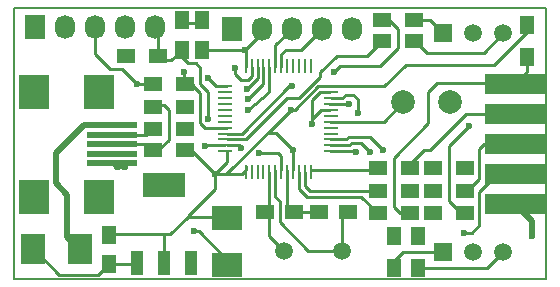
<source format=gbr>
G04 #@! TF.FileFunction,Copper,L1,Top,Signal*
%FSLAX46Y46*%
G04 Gerber Fmt 4.6, Leading zero omitted, Abs format (unit mm)*
G04 Created by KiCad (PCBNEW 4.0.2+dfsg1-stable) date Wed 02 May 2018 20:52:18 CST*
%MOMM*%
G01*
G04 APERTURE LIST*
%ADD10C,0.100000*%
%ADD11C,0.150000*%
%ADD12C,1.501140*%
%ADD13R,1.500000X1.300000*%
%ADD14C,2.000000*%
%ADD15R,1.727200X2.032000*%
%ADD16O,1.727200X2.032000*%
%ADD17R,1.500000X1.500000*%
%ADD18C,1.500000*%
%ADD19R,5.080000X1.778000*%
%ADD20R,1.250000X1.500000*%
%ADD21R,1.500000X1.250000*%
%ADD22R,1.300000X1.500000*%
%ADD23R,2.000000X2.500000*%
%ADD24R,2.500000X2.000000*%
%ADD25R,4.301240X0.500380*%
%ADD26R,2.499360X2.998980*%
%ADD27R,0.250000X1.300000*%
%ADD28R,1.300000X0.250000*%
%ADD29R,3.657600X2.032000*%
%ADD30R,1.016000X2.032000*%
%ADD31C,0.600000*%
%ADD32C,0.250000*%
%ADD33C,0.500000*%
G04 APERTURE END LIST*
D10*
D11*
X90170000Y-101460000D02*
X135170000Y-101460000D01*
X90170000Y-124460000D02*
X90170000Y-101460000D01*
X135170000Y-124460000D02*
X90170000Y-124460000D01*
X135170000Y-101460000D02*
X135170000Y-124460000D01*
D12*
X113002060Y-122047000D03*
X117883940Y-122047000D03*
D13*
X124032000Y-102489000D03*
X121332000Y-102489000D03*
D14*
X123095000Y-109474000D03*
X127095000Y-109474000D03*
D15*
X91948000Y-103124000D03*
D16*
X94488000Y-103124000D03*
X97028000Y-103124000D03*
X99568000Y-103124000D03*
X102108000Y-103124000D03*
D17*
X126492000Y-103632000D03*
D18*
X129032000Y-103632000D03*
X131572000Y-103632000D03*
D17*
X126492000Y-122174000D03*
D18*
X129032000Y-122174000D03*
X131572000Y-122174000D03*
D19*
X132588000Y-110490000D03*
X132588000Y-113030000D03*
X132588000Y-107950000D03*
X132588000Y-118110000D03*
X132588000Y-115570000D03*
D15*
X108585000Y-103251000D03*
D16*
X111125000Y-103251000D03*
X113665000Y-103251000D03*
X116205000Y-103251000D03*
X118745000Y-103251000D03*
D13*
X104601000Y-109855000D03*
X101901000Y-109855000D03*
X104601000Y-111760000D03*
X101901000Y-111760000D03*
X104601000Y-113538000D03*
X101901000Y-113538000D03*
D20*
X106045000Y-105009000D03*
X106045000Y-102509000D03*
X98171000Y-120670000D03*
X98171000Y-123170000D03*
D21*
X111399000Y-118745000D03*
X113899000Y-118745000D03*
X118471000Y-118745000D03*
X115971000Y-118745000D03*
D20*
X104394000Y-102509000D03*
X104394000Y-105009000D03*
D22*
X122301000Y-123524000D03*
X122301000Y-120824000D03*
D13*
X99615000Y-105537000D03*
X102315000Y-105537000D03*
X123651000Y-118872000D03*
X120951000Y-118872000D03*
X123651000Y-116967000D03*
X120951000Y-116967000D03*
X123651000Y-115062000D03*
X120951000Y-115062000D03*
X128350000Y-118872000D03*
X125650000Y-118872000D03*
X128350000Y-116967000D03*
X125650000Y-116967000D03*
X128350000Y-115062000D03*
X125650000Y-115062000D03*
X124032000Y-104267000D03*
X121332000Y-104267000D03*
D22*
X124333000Y-123524000D03*
X124333000Y-120824000D03*
X133604000Y-105617000D03*
X133604000Y-102917000D03*
D13*
X104601000Y-107950000D03*
X101901000Y-107950000D03*
D23*
X95726000Y-121920000D03*
X91726000Y-121920000D03*
D24*
X108204000Y-119285000D03*
X108204000Y-123285000D03*
D25*
X98429320Y-111429800D03*
X98429320Y-112229900D03*
X98429320Y-113030000D03*
X98429320Y-113830100D03*
X98429320Y-114630200D03*
D26*
X97330260Y-108579920D03*
X91831160Y-108579920D03*
X97330260Y-117480080D03*
X91831160Y-117480080D03*
D27*
X109772000Y-115348000D03*
X110272000Y-115348000D03*
X110772000Y-115348000D03*
X111272000Y-115348000D03*
X111772000Y-115348000D03*
X112272000Y-115348000D03*
X112772000Y-115348000D03*
X113272000Y-115348000D03*
X113772000Y-115348000D03*
X114272000Y-115348000D03*
X114772000Y-115348000D03*
X115272000Y-115348000D03*
D28*
X116999000Y-113621000D03*
X116999000Y-113121000D03*
X116999000Y-112621000D03*
X116999000Y-112121000D03*
X116999000Y-111621000D03*
X116999000Y-111121000D03*
X116999000Y-110621000D03*
X116999000Y-110121000D03*
X116999000Y-109621000D03*
X116999000Y-109121000D03*
X116999000Y-108621000D03*
X116999000Y-108121000D03*
D27*
X115272000Y-106394000D03*
X114772000Y-106394000D03*
X114272000Y-106394000D03*
X113772000Y-106394000D03*
X113272000Y-106394000D03*
X112772000Y-106394000D03*
X112272000Y-106394000D03*
X111772000Y-106394000D03*
X111272000Y-106394000D03*
X110772000Y-106394000D03*
X110272000Y-106394000D03*
X109772000Y-106394000D03*
D28*
X108045000Y-108121000D03*
X108045000Y-108621000D03*
X108045000Y-109121000D03*
X108045000Y-109621000D03*
X108045000Y-110121000D03*
X108045000Y-110621000D03*
X108045000Y-111121000D03*
X108045000Y-111621000D03*
X108045000Y-112121000D03*
X108045000Y-112621000D03*
X108045000Y-113121000D03*
X108045000Y-113621000D03*
D29*
X102870000Y-116459000D03*
D30*
X102870000Y-123063000D03*
X105156000Y-123063000D03*
X100584000Y-123063000D03*
D31*
X104601000Y-109728000D03*
X109982000Y-109220000D03*
X104601000Y-111633000D03*
X109982000Y-110109000D03*
X109728000Y-105029000D03*
X113601500Y-110109000D03*
X99615000Y-105537000D03*
X104595920Y-113466880D03*
X128270000Y-120523000D03*
X113772000Y-113518000D03*
X107188000Y-115570000D03*
X110871000Y-113792000D03*
X106553000Y-110871000D03*
X123651000Y-116967000D03*
X128651000Y-111506000D03*
X125603000Y-118872000D03*
X119126000Y-113665000D03*
X125603000Y-116967000D03*
X120269000Y-113665000D03*
X128350000Y-115062000D03*
X125603000Y-115062000D03*
X121412000Y-113538000D03*
X95726000Y-122555000D03*
X105156000Y-123190000D03*
X106299000Y-113157000D03*
X100584000Y-122428000D03*
X98933000Y-114935000D03*
X99568000Y-114935000D03*
X100584000Y-107950000D03*
X108839000Y-106553000D03*
X105791000Y-102743000D03*
X113919000Y-118745000D03*
X105410000Y-120396000D03*
X115379500Y-111315500D03*
X109410500Y-113347500D03*
X133985000Y-120777000D03*
X109855000Y-108331000D03*
X106553000Y-107442000D03*
X117221000Y-106934000D03*
X113665000Y-108077000D03*
X118491000Y-109601000D03*
X122301000Y-120396000D03*
X124206000Y-120396000D03*
X119253000Y-110363000D03*
X104521000Y-106934000D03*
D32*
X104195920Y-109352080D02*
X104195920Y-109489280D01*
X111272000Y-107803000D02*
X111272000Y-107930000D01*
X111272000Y-107930000D02*
X109982000Y-109220000D01*
X111272000Y-106521000D02*
X111272000Y-107803000D01*
X111272000Y-106521000D02*
X111272000Y-107549000D01*
X101895920Y-113466880D02*
X102433120Y-113466880D01*
X102433120Y-113466880D02*
X103251000Y-112649000D01*
X102870000Y-109728000D02*
X101901000Y-109728000D01*
X103251000Y-110109000D02*
X102870000Y-109728000D01*
X103251000Y-112649000D02*
X103251000Y-110109000D01*
X98429320Y-113030000D02*
X101459040Y-113030000D01*
X101459040Y-113030000D02*
X101895920Y-113466880D01*
X101459040Y-113030000D02*
X101895920Y-113466880D01*
X101743520Y-113619280D02*
X101895920Y-113466880D01*
X102143520Y-113619280D02*
X101854000Y-113466880D01*
X116872000Y-111121000D02*
X121448000Y-111121000D01*
X121448000Y-111121000D02*
X123095000Y-109474000D01*
X104602280Y-111714280D02*
X104595920Y-111714280D01*
X104640420Y-111589780D02*
X104195920Y-111485680D01*
X104348320Y-111333280D02*
X104195920Y-111485680D01*
X111772000Y-106521000D02*
X111772000Y-108573000D01*
X109982000Y-110109000D02*
X111772000Y-108573000D01*
X111772000Y-108319000D02*
X111772000Y-107950000D01*
X111772000Y-107950000D02*
X111772000Y-107569000D01*
X111772000Y-106521000D02*
X111772000Y-107569000D01*
X111772000Y-107569000D02*
X111772000Y-107823000D01*
X111772000Y-107823000D02*
X111772000Y-108319000D01*
X98429320Y-112229900D02*
X101304100Y-112229900D01*
X101304100Y-112229900D02*
X101901000Y-111633000D01*
X97429320Y-112229900D02*
X98844100Y-112229900D01*
X97429320Y-112229900D02*
X98706900Y-112229900D01*
X102870000Y-123063000D02*
X102870000Y-120650000D01*
X111125000Y-103251000D02*
X111125000Y-103632000D01*
X111125000Y-103632000D02*
X109728000Y-105029000D01*
X106045000Y-105009000D02*
X109708000Y-105009000D01*
X109708000Y-105009000D02*
X109728000Y-105029000D01*
X109772000Y-106521000D02*
X109772000Y-105073000D01*
X109772000Y-105073000D02*
X109728000Y-105029000D01*
X99695000Y-105537000D02*
X99615000Y-105537000D01*
X99615000Y-105918000D02*
X100076000Y-105918000D01*
X104068880Y-113466880D02*
X104595920Y-113466880D01*
X105084880Y-113466880D02*
X107188000Y-115570000D01*
X113665000Y-110109000D02*
X113919000Y-110109000D01*
X113919000Y-110109000D02*
X115907000Y-108121000D01*
X107188000Y-115570000D02*
X108204000Y-114554000D01*
X108204000Y-114554000D02*
X108204000Y-113653000D01*
X108204000Y-113653000D02*
X108172000Y-113621000D01*
X104902000Y-119158000D02*
X104902000Y-119126000D01*
X104902000Y-119126000D02*
X107188000Y-116840000D01*
X107188000Y-116840000D02*
X107188000Y-115570000D01*
X110744000Y-103632000D02*
X111125000Y-103251000D01*
X133604000Y-102917000D02*
X133604000Y-103505000D01*
X133604000Y-103505000D02*
X130810000Y-106299000D01*
X130810000Y-106299000D02*
X123317000Y-106299000D01*
X123317000Y-106299000D02*
X121495000Y-108121000D01*
X121495000Y-108121000D02*
X116872000Y-108121000D01*
X99615000Y-105918000D02*
X99568000Y-105918000D01*
X113601500Y-110109000D02*
X113665000Y-110109000D01*
X115907000Y-108121000D02*
X116872000Y-108121000D01*
X128270000Y-120523000D02*
X128905000Y-120523000D01*
X128905000Y-120523000D02*
X129540000Y-119888000D01*
X129540000Y-119888000D02*
X129540000Y-119634000D01*
X129540000Y-119253000D02*
X129540000Y-119634000D01*
X129540000Y-119634000D02*
X129540000Y-119888000D01*
X113772000Y-115221000D02*
X113772000Y-113518000D01*
X112299750Y-112045750D02*
X111664750Y-112045750D01*
X111664750Y-112045750D02*
X113601500Y-110109000D01*
X113772000Y-113518000D02*
X112299750Y-112045750D01*
X132588000Y-115570000D02*
X131064000Y-115570000D01*
X131064000Y-115570000D02*
X129540000Y-117094000D01*
X129540000Y-117094000D02*
X129540000Y-119253000D01*
X129540000Y-119253000D02*
X129540000Y-119507000D01*
X107188000Y-115570000D02*
X108140500Y-115570000D01*
X108140500Y-115570000D02*
X113601500Y-110109000D01*
X107188000Y-115570000D02*
X109423000Y-115570000D01*
X109423000Y-115570000D02*
X109772000Y-115221000D01*
X108712000Y-119158000D02*
X104902000Y-119158000D01*
X104902000Y-119158000D02*
X104870000Y-119158000D01*
X104870000Y-119158000D02*
X103378000Y-120650000D01*
X103378000Y-120650000D02*
X102870000Y-120650000D01*
X102870000Y-120650000D02*
X98572000Y-120650000D01*
X98572000Y-120650000D02*
X98552000Y-120670000D01*
X109772000Y-114852000D02*
X109772000Y-115221000D01*
X104221320Y-113492280D02*
X104195920Y-113466880D01*
X104195920Y-113426280D02*
X104195920Y-113466880D01*
X130556000Y-115570000D02*
X132588000Y-115570000D01*
X107886500Y-115570000D02*
X107569000Y-115570000D01*
X107569000Y-115570000D02*
X107188000Y-115570000D01*
X107188000Y-115570000D02*
X107886500Y-115570000D01*
X106553000Y-110871000D02*
X106553000Y-108585000D01*
X106553000Y-108585000D02*
X105918000Y-107950000D01*
X105410000Y-106172000D02*
X105537000Y-106172000D01*
X105918000Y-106553000D02*
X105918000Y-107950000D01*
X105537000Y-106172000D02*
X105918000Y-106553000D01*
X102315000Y-103184000D02*
X102315000Y-105918000D01*
X104394000Y-105664000D02*
X104902000Y-106172000D01*
X104902000Y-106172000D02*
X105410000Y-106172000D01*
X102315000Y-105918000D02*
X103485000Y-105918000D01*
X103485000Y-105918000D02*
X104394000Y-105009000D01*
X102108000Y-103124000D02*
X102255000Y-103124000D01*
X102255000Y-103124000D02*
X102315000Y-103184000D01*
X111379000Y-113792000D02*
X112522000Y-113792000D01*
X112772000Y-114042000D02*
X112772000Y-115221000D01*
X112522000Y-113792000D02*
X112772000Y-114042000D01*
X110871000Y-113792000D02*
X111379000Y-113792000D01*
X104394000Y-105009000D02*
X104394000Y-105664000D01*
X133604000Y-105617000D02*
X133604000Y-106934000D01*
X133604000Y-106934000D02*
X132588000Y-107950000D01*
X122301000Y-116459000D02*
X122301000Y-114173000D01*
X122301000Y-114173000D02*
X125222000Y-111252000D01*
X125222000Y-111252000D02*
X125222000Y-109220000D01*
X125984000Y-107823000D02*
X132461000Y-107823000D01*
X125222000Y-108585000D02*
X125984000Y-107823000D01*
X125222000Y-109220000D02*
X125222000Y-108585000D01*
X132461000Y-107823000D02*
X132588000Y-107950000D01*
X123651000Y-118872000D02*
X122809000Y-118872000D01*
X122301000Y-118364000D02*
X122301000Y-116459000D01*
X122809000Y-118872000D02*
X122301000Y-118364000D01*
X114272000Y-115348000D02*
X114272000Y-116812000D01*
X119554000Y-117475000D02*
X120951000Y-118872000D01*
X114935000Y-117475000D02*
X119554000Y-117475000D01*
X114272000Y-116812000D02*
X114935000Y-117475000D01*
X120904000Y-118872000D02*
X120951000Y-118872000D01*
X120650000Y-118872000D02*
X120951000Y-118872000D01*
X114772000Y-115348000D02*
X114772000Y-116550000D01*
X115189000Y-116967000D02*
X120951000Y-116967000D01*
X114772000Y-116550000D02*
X115189000Y-116967000D01*
X120570000Y-116586000D02*
X120951000Y-116967000D01*
X123651000Y-115062000D02*
X123651000Y-114728000D01*
X123651000Y-114728000D02*
X124841000Y-113538000D01*
X125349000Y-113538000D02*
X128270000Y-110617000D01*
X124841000Y-113538000D02*
X125349000Y-113538000D01*
X128397000Y-110490000D02*
X132588000Y-110490000D01*
X128270000Y-110617000D02*
X128397000Y-110490000D01*
X115272000Y-115221000D02*
X120792000Y-115221000D01*
X120792000Y-115221000D02*
X120951000Y-115062000D01*
X127000000Y-113157000D02*
X127000000Y-114427000D01*
X128651000Y-111506000D02*
X127000000Y-113157000D01*
X127000000Y-114808000D02*
X127000000Y-114427000D01*
X127000000Y-117856000D02*
X127000000Y-114808000D01*
X128016000Y-118872000D02*
X127000000Y-117856000D01*
X128350000Y-118872000D02*
X128016000Y-118872000D01*
X116872000Y-113621000D02*
X119082000Y-113621000D01*
X125603000Y-118872000D02*
X125650000Y-118872000D01*
X119082000Y-113621000D02*
X119126000Y-113665000D01*
X128350000Y-116967000D02*
X128524000Y-116967000D01*
X128524000Y-116967000D02*
X129540000Y-115951000D01*
X129540000Y-115951000D02*
X129540000Y-115570000D01*
X128350000Y-116967000D02*
X128905000Y-116967000D01*
X129921000Y-113030000D02*
X132588000Y-113030000D01*
X129540000Y-113411000D02*
X129921000Y-113030000D01*
X129540000Y-115570000D02*
X129540000Y-113411000D01*
X116872000Y-113121000D02*
X118527000Y-113121000D01*
X125603000Y-116967000D02*
X125650000Y-116967000D01*
X119507000Y-112903000D02*
X120269000Y-113665000D01*
X118745000Y-112903000D02*
X119507000Y-112903000D01*
X118527000Y-113121000D02*
X118745000Y-112903000D01*
X116872000Y-112621000D02*
X118265000Y-112621000D01*
X125603000Y-115062000D02*
X125650000Y-115062000D01*
X120269000Y-112395000D02*
X121412000Y-113538000D01*
X118491000Y-112395000D02*
X120269000Y-112395000D01*
X118265000Y-112621000D02*
X118491000Y-112395000D01*
D33*
X94678500Y-118110000D02*
X94678500Y-117284500D01*
X93726000Y-113792000D02*
X95504000Y-112014000D01*
X93726000Y-116332000D02*
X93726000Y-113792000D01*
X94678500Y-117284500D02*
X93726000Y-116332000D01*
X105156000Y-123063000D02*
X105156000Y-123190000D01*
X95504000Y-112014000D02*
X95758000Y-111760000D01*
X96088200Y-111429800D02*
X97429320Y-111429800D01*
X95758000Y-111760000D02*
X96088200Y-111429800D01*
X97429320Y-111429800D02*
X97078800Y-111429800D01*
X97429320Y-111429800D02*
X96824800Y-111429800D01*
X96528890Y-111429800D02*
X97429320Y-111429800D01*
X95758000Y-121920000D02*
X94678500Y-120840500D01*
X94678500Y-120840500D02*
X94678500Y-119253000D01*
X94678500Y-118110000D02*
X94678500Y-119253000D01*
X94678500Y-119253000D02*
X94678500Y-120253500D01*
D32*
X108045000Y-113121000D02*
X106335000Y-113121000D01*
X106335000Y-113121000D02*
X106299000Y-113157000D01*
X100584000Y-122428000D02*
X100584000Y-123063000D01*
X99568000Y-114935000D02*
X98933000Y-114935000D01*
X98933000Y-114935000D02*
X98734120Y-114935000D01*
X98734120Y-114935000D02*
X98429320Y-114630200D01*
X98628200Y-114630200D02*
X98429320Y-114630200D01*
X101901000Y-107950000D02*
X100584000Y-107950000D01*
X99314000Y-106680000D02*
X98933000Y-106680000D01*
X98298000Y-106680000D02*
X98933000Y-106680000D01*
X97028000Y-105410000D02*
X98298000Y-106680000D01*
X97028000Y-103124000D02*
X97028000Y-105410000D01*
X100584000Y-107950000D02*
X99314000Y-106680000D01*
X98429320Y-114630200D02*
X98628200Y-114630200D01*
X91726000Y-121920000D02*
X91821000Y-121920000D01*
X91821000Y-121920000D02*
X93980000Y-124079000D01*
X93980000Y-124079000D02*
X97262000Y-124079000D01*
X97262000Y-124079000D02*
X98171000Y-123170000D01*
X91726000Y-122555000D02*
X91726000Y-122968000D01*
X98171000Y-123170000D02*
X100477000Y-123170000D01*
X100477000Y-123170000D02*
X100584000Y-123063000D01*
X92075000Y-122555000D02*
X91726000Y-122555000D01*
X110272000Y-106521000D02*
X110272000Y-107277602D01*
X109980602Y-107569000D02*
X110272000Y-107277602D01*
X109347000Y-107569000D02*
X109980602Y-107569000D01*
X108839000Y-107061000D02*
X109347000Y-107569000D01*
X108839000Y-106680000D02*
X108839000Y-107061000D01*
X108839000Y-106680000D02*
X108839000Y-106553000D01*
X105791000Y-102743000D02*
X106025000Y-102509000D01*
X106025000Y-102509000D02*
X106045000Y-102509000D01*
X116872000Y-108621000D02*
X116043398Y-108621000D01*
X115379500Y-109284898D02*
X115379500Y-111315500D01*
X116043398Y-108621000D02*
X115379500Y-109284898D01*
X106045000Y-102763000D02*
X104394000Y-102763000D01*
X113919000Y-118745000D02*
X113919000Y-118872000D01*
X97993200Y-114630200D02*
X97429320Y-114630200D01*
X108204000Y-123285000D02*
X108204000Y-122809000D01*
X108204000Y-122809000D02*
X105791000Y-120396000D01*
X105791000Y-120396000D02*
X105410000Y-120396000D01*
X101901000Y-107950000D02*
X101981000Y-107950000D01*
X116130898Y-110121000D02*
X115379500Y-110872398D01*
X115379500Y-110872398D02*
X115379500Y-111315500D01*
X116872000Y-110121000D02*
X116130898Y-110121000D01*
X115971000Y-118745000D02*
X113899000Y-118745000D01*
X113899000Y-118745000D02*
X113284000Y-118130000D01*
X113284000Y-118130000D02*
X113284000Y-116459000D01*
X113284000Y-116459000D02*
X113272000Y-116459000D01*
X97429320Y-114630200D02*
X97993200Y-114630200D01*
X113272000Y-115221000D02*
X113272000Y-116078000D01*
X108172000Y-113121000D02*
X109184000Y-113121000D01*
X109184000Y-113121000D02*
X109410500Y-113347500D01*
X113272000Y-116078000D02*
X113272000Y-116459000D01*
X113272000Y-116459000D02*
X113272000Y-116828000D01*
X113272000Y-116828000D02*
X113284000Y-116840000D01*
X113272000Y-116078000D02*
X113272000Y-116701000D01*
X111772000Y-117983000D02*
X111772000Y-120816940D01*
X111772000Y-120816940D02*
X113002060Y-122047000D01*
X111772000Y-115348000D02*
X111772000Y-117983000D01*
X111772000Y-117983000D02*
X111772000Y-118372000D01*
X111772000Y-118372000D02*
X111399000Y-118745000D01*
X111821998Y-118322002D02*
X111399000Y-118745000D01*
X113002060Y-122047000D02*
X113002060Y-122019060D01*
X117883940Y-122047000D02*
X117883940Y-119332060D01*
X117883940Y-119332060D02*
X118471000Y-118745000D01*
X112649000Y-118999000D02*
X112649000Y-119634000D01*
X115062000Y-122047000D02*
X117883940Y-122047000D01*
X112649000Y-119634000D02*
X115062000Y-122047000D01*
X112649000Y-118999000D02*
X112649000Y-117856000D01*
X112272000Y-117479000D02*
X112272000Y-115221000D01*
X112649000Y-117856000D02*
X112272000Y-117479000D01*
D33*
X133985000Y-120777000D02*
X133985000Y-119507000D01*
X133985000Y-119507000D02*
X132588000Y-118110000D01*
D32*
X112772000Y-106521000D02*
X112772000Y-105414000D01*
X114427000Y-105029000D02*
X116205000Y-103251000D01*
X113157000Y-105029000D02*
X114427000Y-105029000D01*
X112772000Y-105414000D02*
X113157000Y-105029000D01*
X112272000Y-106521000D02*
X112272000Y-104644000D01*
X112272000Y-104644000D02*
X113665000Y-103251000D01*
X109855000Y-108331000D02*
X110772000Y-107414000D01*
X110772000Y-107414000D02*
X110772000Y-106521000D01*
X107232000Y-108121000D02*
X108172000Y-108121000D01*
X106553000Y-107442000D02*
X107232000Y-108121000D01*
X124032000Y-102489000D02*
X125349000Y-102489000D01*
X125349000Y-102489000D02*
X126492000Y-103632000D01*
X122301000Y-123524000D02*
X122301000Y-122936000D01*
X122301000Y-122936000D02*
X123063000Y-122174000D01*
X123063000Y-122174000D02*
X126492000Y-122174000D01*
X122682000Y-104013000D02*
X122682000Y-104902000D01*
X117729000Y-106426000D02*
X117221000Y-106934000D01*
X121158000Y-106426000D02*
X117729000Y-106426000D01*
X122682000Y-104902000D02*
X121158000Y-106426000D01*
X121332000Y-102489000D02*
X121920000Y-102489000D01*
X121920000Y-102489000D02*
X122682000Y-103251000D01*
X122682000Y-103251000D02*
X122682000Y-104013000D01*
X113474500Y-108077000D02*
X113665000Y-108077000D01*
X109430500Y-112121000D02*
X113474500Y-108077000D01*
X108172000Y-112121000D02*
X109430500Y-112121000D01*
X116872000Y-109621000D02*
X118471000Y-109621000D01*
X118471000Y-109621000D02*
X118491000Y-109601000D01*
X116872000Y-109621000D02*
X116788500Y-109621000D01*
X124032000Y-104267000D02*
X124079000Y-104267000D01*
X124079000Y-104267000D02*
X125095000Y-105283000D01*
X129921000Y-105283000D02*
X131572000Y-103632000D01*
X125095000Y-105283000D02*
X129921000Y-105283000D01*
X116078000Y-107315000D02*
X116078000Y-106934000D01*
X120062000Y-105537000D02*
X121332000Y-104267000D01*
X117475000Y-105537000D02*
X120062000Y-105537000D01*
X116078000Y-106934000D02*
X117475000Y-105537000D01*
X113919000Y-109092301D02*
X114299301Y-109092301D01*
X116076602Y-107315000D02*
X116078000Y-107315000D01*
X114299301Y-109092301D02*
X116076602Y-107315000D01*
X113792000Y-109092301D02*
X113919000Y-109092301D01*
X108172000Y-112621000D02*
X109756000Y-112621000D01*
X113284699Y-109092301D02*
X113792000Y-109092301D01*
X109756000Y-112621000D02*
X113284699Y-109092301D01*
X124333000Y-123524000D02*
X130222000Y-123524000D01*
X130222000Y-123524000D02*
X131572000Y-122174000D01*
X116999000Y-109121000D02*
X117955000Y-109121000D01*
X118237000Y-108839000D02*
X118745000Y-108839000D01*
X117955000Y-109121000D02*
X118237000Y-108839000D01*
X124206000Y-120396000D02*
X124286000Y-120316000D01*
X119253000Y-109220000D02*
X119253000Y-110363000D01*
X118872000Y-108839000D02*
X119253000Y-109220000D01*
X118745000Y-108839000D02*
X118872000Y-108839000D01*
X124286000Y-120316000D02*
X124333000Y-120316000D01*
X104521000Y-106934000D02*
X104521000Y-107870000D01*
X104521000Y-107870000D02*
X104601000Y-107950000D01*
X106299000Y-111621000D02*
X106287000Y-111621000D01*
X106287000Y-111621000D02*
X105918000Y-111252000D01*
X105918000Y-111252000D02*
X105918000Y-108712000D01*
X105918000Y-108712000D02*
X105156000Y-107950000D01*
X105156000Y-107950000D02*
X104601000Y-107950000D01*
X108172000Y-111621000D02*
X106299000Y-111621000D01*
X106287000Y-111621000D02*
X105918000Y-111252000D01*
X105156000Y-107950000D02*
X104601000Y-107950000D01*
X104521000Y-106934000D02*
X104474000Y-106981000D01*
X104601000Y-107950000D02*
X104902000Y-107950000D01*
X104601000Y-107950000D02*
X105283000Y-107950000D01*
M02*

</source>
